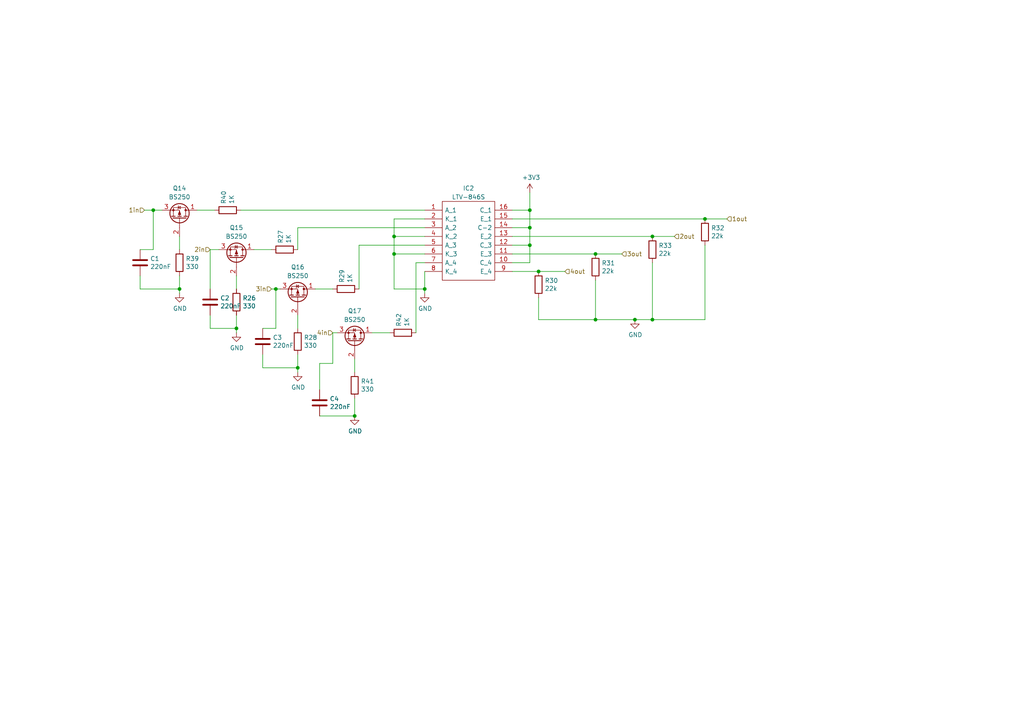
<source format=kicad_sch>
(kicad_sch (version 20231120) (generator "eeschema") (generator_version "8.0")
  (paper "A4")
  (lib_symbols
    (symbol "Device:C" (pin_numbers hide) (pin_names (offset 0.254))
      (property "Reference" "C" (at 0.635 2.54 0))
      (property "Value" "C" (at 0.635 -2.54 0))
      (symbol "C_0_1"
        (polyline (pts (xy -2.032 -0.762) (xy 2.032 -0.762)) (stroke (width 0.508)))
        (polyline (pts (xy -2.032 0.762) (xy 2.032 0.762)) (stroke (width 0.508)))
      )
      (symbol "C_1_1"
        (pin passive line (at 0 3.81 270) (length 2.794) (name "~") (number "1"))
        (pin passive line (at 0 -3.81 90) (length 2.794) (name "~") (number "2"))
      )
    )
    (symbol "Device:R" (pin_numbers hide) (pin_names (offset 0))
      (property "Reference" "R" (at 2.032 0 90))
      (property "Value" "R" (at 0 0 90))
      (symbol "R_0_1"
        (rectangle (start -1.016 -2.54) (end 1.016 2.54) (stroke (width 0.254)))
      )
      (symbol "R_1_1"
        (pin passive line (at 0 3.81 270) (length 1.27) (name "~") (number "1"))
        (pin passive line (at 0 -3.81 90) (length 1.27) (name "~") (number "2"))
      )
    )
    (symbol "SamacSys_Parts:LTV-846S" (pin_names (offset 0.762))
      (property "Reference" "IC" (at 21.59 7.62 0))
      (property "Value" "LTV-846S" (at 21.59 5.08 0))
      (symbol "LTV-846S_0_0"
        (pin passive line (at 0 0 0) (length 5.08) (name "A_1") (number "1"))
        (pin passive line (at 25.4 -15.24 180) (length 5.08) (name "C_4") (number "10"))
        (pin passive line (at 25.4 -12.7 180) (length 5.08) (name "E_3") (number "11"))
        (pin passive line (at 25.4 -10.16 180) (length 5.08) (name "C_3") (number "12"))
        (pin passive line (at 25.4 -7.62 180) (length 5.08) (name "E_2") (number "13"))
        (pin passive line (at 25.4 -5.08 180) (length 5.08) (name "C-2") (number "14"))
        (pin passive line (at 25.4 -2.54 180) (length 5.08) (name "E_1") (number "15"))
        (pin passive line (at 25.4 0 180) (length 5.08) (name "C_1") (number "16"))
        (pin passive line (at 0 -2.54 0) (length 5.08) (name "K_1") (number "2"))
        (pin passive line (at 0 -5.08 0) (length 5.08) (name "A_2") (number "3"))
        (pin passive line (at 0 -7.62 0) (length 5.08) (name "K_2") (number "4"))
        (pin passive line (at 0 -10.16 0) (length 5.08) (name "A_3") (number "5"))
        (pin passive line (at 0 -12.7 0) (length 5.08) (name "K_3") (number "6"))
        (pin passive line (at 0 -15.24 0) (length 5.08) (name "A_4") (number "7"))
        (pin passive line (at 0 -17.78 0) (length 5.08) (name "K_4") (number "8"))
        (pin passive line (at 25.4 -17.78 180) (length 5.08) (name "E_4") (number "9"))
      )
      (symbol "LTV-846S_0_1"
        (polyline (pts (xy 5.08 2.54) (xy 20.32 2.54) (xy 20.32 -20.32) (xy 5.08 -20.32) (xy 5.08 2.54)) (stroke (width 0.1524)))
      )
    )
    (symbol "Transistor_FET:BS250" (pin_names hide)
      (property "Reference" "Q" (at 5.08 1.905 0))
      (property "Value" "BS250" (at 5.08 0 0))
      (symbol "BS250_0_1"
        (polyline (pts (xy 0.254 0) (xy -2.54 0)))
        (polyline (pts (xy 0.254 1.905) (xy 0.254 -1.905)) (stroke (width 0.254)))
        (polyline (pts (xy 0.762 -1.27) (xy 0.762 -2.286)) (stroke (width 0.254)))
        (polyline (pts (xy 0.762 0.508) (xy 0.762 -0.508)) (stroke (width 0.254)))
        (polyline (pts (xy 0.762 2.286) (xy 0.762 1.27)) (stroke (width 0.254)))
        (polyline (pts (xy 2.54 2.54) (xy 2.54 1.778)))
        (polyline (pts (xy 2.54 -2.54) (xy 2.54 0) (xy 0.762 0)))
        (polyline (pts (xy 0.762 1.778) (xy 3.302 1.778) (xy 3.302 -1.778) (xy 0.762 -1.778)))
        (polyline (pts (xy 2.286 0) (xy 1.27 0.381) (xy 1.27 -0.381) (xy 2.286 0)) (fill (type outline)))
        (polyline (pts (xy 2.794 -0.508) (xy 2.921 -0.381) (xy 3.683 -0.381) (xy 3.81 -0.254)))
        (polyline (pts (xy 3.302 -0.381) (xy 2.921 0.254) (xy 3.683 0.254) (xy 3.302 -0.381)))
        (circle (center 1.651 0) (radius 2.794) (stroke (width 0.254)))
        (circle (center 2.54 -1.778) (radius 0.254) (fill (type outline)))
        (circle (center 2.54 1.778) (radius 0.254) (fill (type outline)))
      )
      (symbol "BS250_1_1"
        (pin passive line (at 2.54 5.08 270) (length 2.54) (name "D") (number "1"))
        (pin input line (at -5.08 0 0) (length 2.54) (name "G") (number "2"))
        (pin passive line (at 2.54 -5.08 90) (length 2.54) (name "S") (number "3"))
      )
    )
    (symbol "power:+3.3V" (power) (pin_names (offset 0))
      (property "Value" "+3.3V" (at 0 3.556 0))
      (symbol "+3.3V_0_1"
        (polyline (pts (xy -0.762 1.27) (xy 0 2.54)))
        (polyline (pts (xy 0 0) (xy 0 2.54)))
        (polyline (pts (xy 0 2.54) (xy 0.762 1.27)))
      )
      (symbol "+3.3V_1_1"
        (pin power_in line (at 0 0 90) (length 0) hide (name "+3V3") (number "1"))
      )
    )
    (symbol "power:GND" (power) (pin_names (offset 0))
      (property "Value" "GND" (at 0 -3.81 0))
      (symbol "GND_0_1"
        (polyline (pts (xy 0 0) (xy 0 -1.27) (xy 1.27 -1.27) (xy 0 -2.54) (xy -1.27 -1.27) (xy 0 -1.27)))
      )
      (symbol "GND_1_1"
        (pin power_in line (at 0 0 270) (length 0) hide (name "GND") (number "1"))
      )
    )
  )
  (junction (at 86.36 106.68))
  (junction (at 80.01 83.82))
  (junction (at 123.19 83.82))
  (junction (at 189.23 68.58))
  (junction (at 156.21 78.74))
  (junction (at 153.67 66.04))
  (junction (at 44.45 60.96))
  (junction (at 114.3 73.66))
  (junction (at 68.58 95.25))
  (junction (at 204.47 63.5))
  (junction (at 102.87 120.65))
  (junction (at 153.67 71.12))
  (junction (at 172.72 73.66))
  (junction (at 52.07 83.82))
  (junction (at 189.23 92.71))
  (junction (at 153.67 60.96))
  (junction (at 114.3 68.58))
  (junction (at 172.72 92.71))
  (junction (at 184.15 92.71))
  (wire (pts (xy 107.95 96.52) (xy 113.03 96.52)))
  (wire (pts (xy 153.67 76.2) (xy 153.67 71.12)))
  (wire (pts (xy 123.19 71.12) (xy 104.14 71.12)))
  (wire (pts (xy 114.3 68.58) (xy 123.19 68.58)))
  (wire (pts (xy 120.65 76.2) (xy 120.65 96.52)))
  (wire (pts (xy 114.3 73.66) (xy 123.19 73.66)))
  (wire (pts (xy 68.58 95.25) (xy 68.58 96.52)))
  (wire (pts (xy 148.59 78.74) (xy 156.21 78.74)))
  (wire (pts (xy 96.52 96.52) (xy 97.79 96.52)))
  (wire (pts (xy 41.91 60.96) (xy 44.45 60.96)))
  (wire (pts (xy 123.19 83.82) (xy 123.19 85.09)))
  (wire (pts (xy 92.71 105.41) (xy 96.52 105.41)))
  (wire (pts (xy 148.59 68.58) (xy 189.23 68.58)))
  (wire (pts (xy 189.23 68.58) (xy 195.58 68.58)))
  (wire (pts (xy 102.87 104.14) (xy 102.87 107.95)))
  (wire (pts (xy 44.45 60.96) (xy 46.99 60.96)))
  (wire (pts (xy 172.72 92.71) (xy 184.15 92.71)))
  (wire (pts (xy 153.67 66.04) (xy 153.67 60.96)))
  (wire (pts (xy 148.59 76.2) (xy 153.67 76.2)))
  (wire (pts (xy 153.67 71.12) (xy 153.67 66.04)))
  (wire (pts (xy 86.36 106.68) (xy 86.36 107.95)))
  (wire (pts (xy 156.21 78.74) (xy 163.83 78.74)))
  (wire (pts (xy 52.07 68.58) (xy 52.07 72.39)))
  (wire (pts (xy 123.19 63.5) (xy 114.3 63.5)))
  (wire (pts (xy 114.3 83.82) (xy 123.19 83.82)))
  (wire (pts (xy 156.21 92.71) (xy 172.72 92.71)))
  (wire (pts (xy 148.59 66.04) (xy 153.67 66.04)))
  (wire (pts (xy 52.07 83.82) (xy 52.07 85.09)))
  (wire (pts (xy 114.3 73.66) (xy 114.3 83.82)))
  (wire (pts (xy 86.36 66.04) (xy 86.36 72.39)))
  (wire (pts (xy 76.2 95.25) (xy 80.01 95.25)))
  (wire (pts (xy 102.87 115.57) (xy 102.87 120.65)))
  (wire (pts (xy 86.36 91.44) (xy 86.36 95.25)))
  (wire (pts (xy 172.72 73.66) (xy 180.34 73.66)))
  (wire (pts (xy 68.58 80.01) (xy 68.58 83.82)))
  (wire (pts (xy 96.52 105.41) (xy 96.52 96.52)))
  (wire (pts (xy 80.01 95.25) (xy 80.01 83.82)))
  (wire (pts (xy 52.07 80.01) (xy 52.07 83.82)))
  (wire (pts (xy 204.47 71.12) (xy 204.47 92.71)))
  (wire (pts (xy 40.64 83.82) (xy 52.07 83.82)))
  (wire (pts (xy 172.72 81.28) (xy 172.72 92.71)))
  (wire (pts (xy 68.58 91.44) (xy 68.58 95.25)))
  (wire (pts (xy 92.71 113.03) (xy 92.71 105.41)))
  (wire (pts (xy 114.3 68.58) (xy 114.3 73.66)))
  (wire (pts (xy 60.96 83.82) (xy 60.96 72.39)))
  (wire (pts (xy 123.19 76.2) (xy 120.65 76.2)))
  (wire (pts (xy 60.96 91.44) (xy 60.96 95.25)))
  (wire (pts (xy 148.59 73.66) (xy 172.72 73.66)))
  (wire (pts (xy 148.59 63.5) (xy 204.47 63.5)))
  (wire (pts (xy 123.19 78.74) (xy 123.19 83.82)))
  (wire (pts (xy 80.01 83.82) (xy 81.28 83.82)))
  (wire (pts (xy 153.67 55.88) (xy 153.67 60.96)))
  (wire (pts (xy 92.71 120.65) (xy 102.87 120.65)))
  (wire (pts (xy 40.64 80.01) (xy 40.64 83.82)))
  (wire (pts (xy 57.15 60.96) (xy 62.23 60.96)))
  (wire (pts (xy 114.3 63.5) (xy 114.3 68.58)))
  (wire (pts (xy 86.36 102.87) (xy 86.36 106.68)))
  (wire (pts (xy 78.74 83.82) (xy 80.01 83.82)))
  (wire (pts (xy 189.23 76.2) (xy 189.23 92.71)))
  (wire (pts (xy 60.96 72.39) (xy 63.5 72.39)))
  (wire (pts (xy 156.21 86.36) (xy 156.21 92.71)))
  (wire (pts (xy 204.47 63.5) (xy 210.82 63.5)))
  (wire (pts (xy 148.59 71.12) (xy 153.67 71.12)))
  (wire (pts (xy 148.59 60.96) (xy 153.67 60.96)))
  (wire (pts (xy 76.2 102.87) (xy 76.2 106.68)))
  (wire (pts (xy 44.45 72.39) (xy 44.45 60.96)))
  (wire (pts (xy 69.85 60.96) (xy 123.19 60.96)))
  (wire (pts (xy 123.19 66.04) (xy 86.36 66.04)))
  (wire (pts (xy 91.44 83.82) (xy 96.52 83.82)))
  (wire (pts (xy 73.66 72.39) (xy 78.74 72.39)))
  (wire (pts (xy 60.96 95.25) (xy 68.58 95.25)))
  (wire (pts (xy 40.64 72.39) (xy 44.45 72.39)))
  (wire (pts (xy 76.2 106.68) (xy 86.36 106.68)))
  (wire (pts (xy 104.14 71.12) (xy 104.14 83.82)))
  (wire (pts (xy 184.15 92.71) (xy 189.23 92.71)))
  (wire (pts (xy 189.23 92.71) (xy 204.47 92.71)))
  (hierarchical_label "4in" (shape input) (at 96.52 96.52 180))
  (hierarchical_label "2out" (shape input) (at 195.58 68.58 0))
  (hierarchical_label "3out" (shape input) (at 180.34 73.66 0))
  (hierarchical_label "3in" (shape input) (at 78.74 83.82 180))
  (hierarchical_label "2in" (shape input) (at 60.96 72.39 180))
  (hierarchical_label "1out" (shape input) (at 210.82 63.5 0))
  (hierarchical_label "1in" (shape input) (at 41.91 60.96 180))
  (hierarchical_label "4out" (shape input) (at 163.83 78.74 0))
  (symbol (lib_id "power:GND") (at 68.58 96.52 0) (unit 1)
    (property "Reference" "#PWR02" (effects (hide yes)))
    (property "Value" "GND" (at 68.707 100.9142 0))
  )
  (symbol (lib_id "Transistor_FET:BS250") (at 52.07 63.5 270) (mirror x) (unit 1)
    (property "Reference" "Q14" (at 52.07 54.61 90))
    (property "Value" "BS250" (at 52.07 57.15 90))
    (property "Footprint" "Package_TO_SOT_THT:TO-92_Inline" (effects (hide yes)))
    (property "Datasheet" "http://www.vishay.com/docs/70209/70209.pdf" (effects (hide yes)))
  )
  (symbol (lib_id "Device:R") (at 204.47 67.31 0) (unit 1)
    (property "Reference" "R32" (at 206.248 66.1416 0) (effects (justify left)))
    (property "Value" "22k" (at 206.248 68.453 0) (effects (justify left)))
    (property "Footprint" "Resistor_THT:R_Axial_DIN0207_L6.3mm_D2.5mm_P2.54mm_Vertical" (effects (hide yes)))
  )
  (symbol (lib_id "Device:R") (at 82.55 72.39 90) (unit 1)
    (property "Reference" "R27" (at 81.3816 70.612 0) (effects (justify left)))
    (property "Value" "1K" (at 83.693 70.612 0) (effects (justify left)))
    (property "Footprint" "Resistor_THT:R_Axial_DIN0207_L6.3mm_D2.5mm_P2.54mm_Vertical" (effects (hide yes)))
  )
  (symbol (lib_id "power:GND") (at 102.87 120.65 0) (unit 1)
    (property "Reference" "#PWR011" (effects (hide yes)))
    (property "Value" "GND" (at 102.997 125.0442 0))
  )
  (symbol (lib_id "Device:R") (at 172.72 77.47 0) (unit 1)
    (property "Reference" "R31" (at 174.498 76.3016 0) (effects (justify left)))
    (property "Value" "22k" (at 174.498 78.613 0) (effects (justify left)))
    (property "Footprint" "Resistor_THT:R_Axial_DIN0207_L6.3mm_D2.5mm_P2.54mm_Vertical" (effects (hide yes)))
  )
  (symbol (lib_id "Transistor_FET:BS250") (at 86.36 86.36 270) (mirror x) (unit 1)
    (property "Reference" "Q16" (at 86.36 77.47 90))
    (property "Value" "BS250" (at 86.36 80.01 90))
    (property "Footprint" "Package_TO_SOT_THT:TO-92_Inline" (effects (hide yes)))
    (property "Datasheet" "http://www.vishay.com/docs/70209/70209.pdf" (effects (hide yes)))
  )
  (symbol (lib_id "power:GND") (at 123.19 85.09 0) (unit 1)
    (property "Reference" "#PWR012" (effects (hide yes)))
    (property "Value" "GND" (at 123.317 89.4842 0))
  )
  (symbol (lib_id "Device:R") (at 102.87 111.76 0) (unit 1)
    (property "Reference" "R41" (at 104.648 110.5916 0) (effects (justify left)))
    (property "Value" "330" (at 104.648 112.903 0) (effects (justify left)))
    (property "Footprint" "Resistor_THT:R_Axial_DIN0207_L6.3mm_D2.5mm_P2.54mm_Vertical" (effects (hide yes)))
  )
  (symbol (lib_id "power:GND") (at 184.15 92.71 0) (unit 1)
    (property "Reference" "#PWR051" (effects (hide yes)))
    (property "Value" "GND" (at 184.277 97.1042 0))
  )
  (symbol (lib_id "Transistor_FET:BS250") (at 102.87 99.06 270) (mirror x) (unit 1)
    (property "Reference" "Q17" (at 102.87 90.17 90))
    (property "Value" "BS250" (at 102.87 92.71 90))
    (property "Footprint" "Package_TO_SOT_THT:TO-92_Inline" (effects (hide yes)))
    (property "Datasheet" "http://www.vishay.com/docs/70209/70209.pdf" (effects (hide yes)))
  )
  (symbol (lib_id "Device:R") (at 116.84 96.52 90) (unit 1)
    (property "Reference" "R42" (at 115.6716 94.742 0) (effects (justify left)))
    (property "Value" "1K" (at 117.983 94.742 0) (effects (justify left)))
    (property "Footprint" "Resistor_THT:R_Axial_DIN0207_L6.3mm_D2.5mm_P2.54mm_Vertical" (effects (hide yes)))
  )
  (symbol (lib_id "Transistor_FET:BS250") (at 68.58 74.93 270) (mirror x) (unit 1)
    (property "Reference" "Q15" (at 68.58 66.04 90))
    (property "Value" "BS250" (at 68.58 68.58 90))
    (property "Footprint" "Package_TO_SOT_THT:TO-92_Inline" (effects (hide yes)))
    (property "Datasheet" "http://www.vishay.com/docs/70209/70209.pdf" (effects (hide yes)))
  )
  (symbol (lib_id "power:GND") (at 52.07 85.09 0) (unit 1)
    (property "Reference" "#PWR01" (effects (hide yes)))
    (property "Value" "GND" (at 52.197 89.4842 0))
  )
  (symbol (lib_id "Device:R") (at 68.58 87.63 0) (unit 1)
    (property "Reference" "R26" (at 70.358 86.4616 0) (effects (justify left)))
    (property "Value" "330" (at 70.358 88.773 0) (effects (justify left)))
    (property "Footprint" "Resistor_THT:R_Axial_DIN0207_L6.3mm_D2.5mm_P2.54mm_Vertical" (effects (hide yes)))
  )
  (symbol (lib_id "power:+3.3V") (at 153.67 55.88 0) (unit 1)
    (property "Reference" "#PWR052" (effects (hide yes)))
    (property "Value" "+3V3" (at 154.051 51.4858 0))
  )
  (symbol (lib_id "Device:C") (at 60.96 87.63 0) (unit 1)
    (property "Reference" "C2" (at 63.881 86.4616 0) (effects (justify left)))
    (property "Value" "220nF" (at 63.881 88.773 0) (effects (justify left)))
    (property "Footprint" "Capacitor_THT:C_Disc_D5.1mm_W3.2mm_P5.00mm" (effects (hide yes)))
  )
  (symbol (lib_id "Device:C") (at 92.71 116.84 0) (unit 1)
    (property "Reference" "C4" (at 95.631 115.6716 0) (effects (justify left)))
    (property "Value" "220nF" (at 95.631 117.983 0) (effects (justify left)))
    (property "Footprint" "Capacitor_THT:C_Disc_D5.1mm_W3.2mm_P5.00mm" (effects (hide yes)))
  )
  (symbol (lib_id "Device:C") (at 40.64 76.2 0) (unit 1)
    (property "Reference" "C1" (at 43.561 75.0316 0) (effects (justify left)))
    (property "Value" "220nF" (at 43.561 77.343 0) (effects (justify left)))
    (property "Footprint" "Capacitor_THT:C_Disc_D5.1mm_W3.2mm_P5.00mm" (effects (hide yes)))
  )
  (symbol (lib_id "Device:R") (at 66.04 60.96 90) (unit 1)
    (property "Reference" "R40" (at 64.8716 59.182 0) (effects (justify left)))
    (property "Value" "1K" (at 67.183 59.182 0) (effects (justify left)))
    (property "Footprint" "Resistor_THT:R_Axial_DIN0207_L6.3mm_D2.5mm_P2.54mm_Vertical" (effects (hide yes)))
  )
  (symbol (lib_id "Device:C") (at 76.2 99.06 0) (unit 1)
    (property "Reference" "C3" (at 79.121 97.8916 0) (effects (justify left)))
    (property "Value" "220nF" (at 79.121 100.203 0) (effects (justify left)))
    (property "Footprint" "Capacitor_THT:C_Disc_D5.1mm_W3.2mm_P5.00mm" (effects (hide yes)))
  )
  (symbol (lib_id "Device:R") (at 189.23 72.39 0) (unit 1)
    (property "Reference" "R33" (at 191.008 71.2216 0) (effects (justify left)))
    (property "Value" "22k" (at 191.008 73.533 0) (effects (justify left)))
    (property "Footprint" "Resistor_THT:R_Axial_DIN0207_L6.3mm_D2.5mm_P2.54mm_Vertical" (effects (hide yes)))
  )
  (symbol (lib_id "Device:R") (at 52.07 76.2 0) (unit 1)
    (property "Reference" "R39" (at 53.848 75.0316 0) (effects (justify left)))
    (property "Value" "330" (at 53.848 77.343 0) (effects (justify left)))
    (property "Footprint" "Resistor_THT:R_Axial_DIN0207_L6.3mm_D2.5mm_P2.54mm_Vertical" (effects (hide yes)))
  )
  (symbol (lib_id "Device:R") (at 100.33 83.82 90) (unit 1)
    (property "Reference" "R29" (at 99.1616 82.042 0) (effects (justify left)))
    (property "Value" "1K" (at 101.473 82.042 0) (effects (justify left)))
    (property "Footprint" "Resistor_THT:R_Axial_DIN0207_L6.3mm_D2.5mm_P2.54mm_Vertical" (effects (hide yes)))
  )
  (symbol (lib_id "power:GND") (at 86.36 107.95 0) (unit 1)
    (property "Reference" "#PWR010" (effects (hide yes)))
    (property "Value" "GND" (at 86.487 112.3442 0))
  )
  (symbol (lib_id "SamacSys_Parts:LTV-846S") (at 123.19 60.96 0) (unit 1)
    (property "Reference" "IC2" (at 135.89 54.61 0))
    (property "Value" "LTV-846S" (at 135.89 57.15 0))
    (property "Footprint" "LTV846S" (effects (hide yes)))
    (property "Datasheet" "https://media.digikey.com/pdf/Data%20Sheets/Lite-On%20PDFs/LTV-816_826_846.pdf" (effects (hide yes)))
    (property "Description" "Optocoupler Transistor O/P, 80V, SMD16 Lite-On LTV-846S DC Input Transistor Output Quad Optocoupler, Surface Mount, 16-Pin PDIP" (effects (hide yes)))
    (property "Height" "4.6" (effects (hide yes)))
    (property "Mouser Part Number" "859-LTV-846S" (effects (hide yes)))
    (property "Mouser Price/Stock" "https://www.mouser.co.uk/ProductDetail/Lite-On/LTV-846S?qs=mugDbBsgkzfnKotYIW64TQ%3D%3D" (effects (hide yes)))
    (property "Manufacturer_Name" "Lite-On" (effects (hide yes)))
    (property "Manufacturer_Part_Number" "LTV-846S" (effects (hide yes)))
  )
  (symbol (lib_id "Device:R") (at 86.36 99.06 0) (unit 1)
    (property "Reference" "R28" (at 88.138 97.8916 0) (effects (justify left)))
    (property "Value" "330" (at 88.138 100.203 0) (effects (justify left)))
    (property "Footprint" "Resistor_THT:R_Axial_DIN0207_L6.3mm_D2.5mm_P2.54mm_Vertical" (effects (hide yes)))
  )
  (symbol (lib_id "Device:R") (at 156.21 82.55 0) (unit 1)
    (property "Reference" "R30" (at 157.988 81.3816 0) (effects (justify left)))
    (property "Value" "22k" (at 157.988 83.693 0) (effects (justify left)))
    (property "Footprint" "Resistor_THT:R_Axial_DIN0207_L6.3mm_D2.5mm_P2.54mm_Vertical" (effects (hide yes)))
  )
)
</source>
